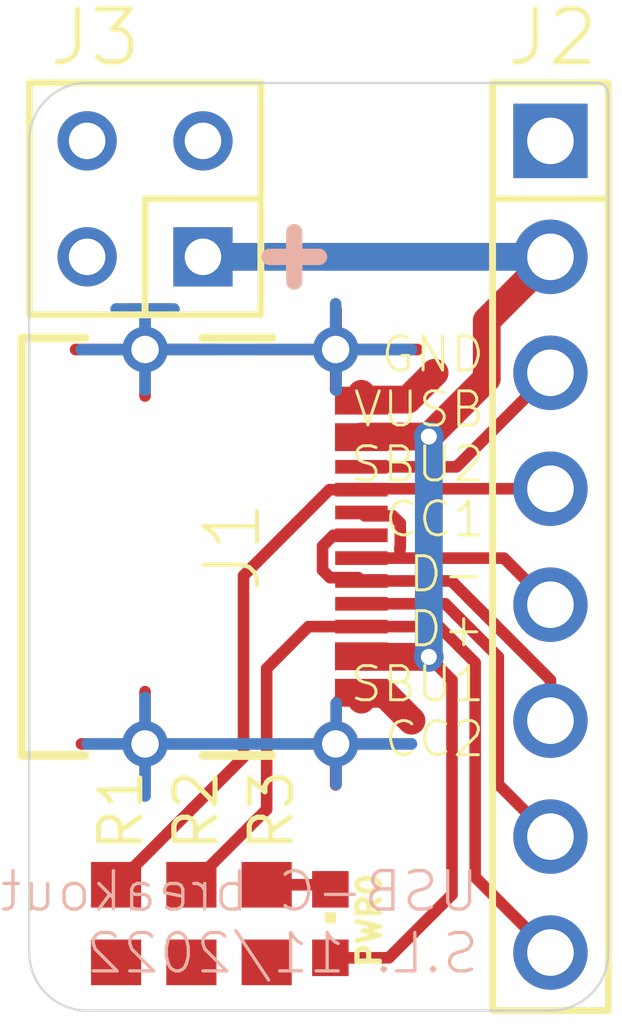
<source format=kicad_pcb>
(kicad_pcb (version 20241229) (generator "pcbnew") (generator_version "9.0")
  (layers (0 "F.Cu" signal) (2 "B.Cu" signal) (13 "F.Paste" user) (15 "B.Paste" user) (5 "F.SilkS" user "F.Silkscreen") (7 "B.SilkS" user "B.Silkscreen") (1 "F.Mask" user) (3 "B.Mask" user) (25 "Edge.Cuts" user))
  (net 0 "")
  (net 1 "GND")
  (net 2 "VUSB")
  (net 3 "SBU2")
  (net 4 "D-")
  (net 5 "D+")
  (net 6 "CC1")
  (net 7 "SBU1")
  (net 8 "CC2")
  (net 9 "BBRAIL2")
  (net 10 "BBRAIL1")
  (net 11 "N$3")
  (footprint "USB-C_breakout:R603" (layer "F.Cu") (at 147.3581 113.2586 90)
    (property "Reference" "R3" (at 1.524 0.635 90) (layer "F.SilkS") (effects (font (size 0.9017 0.9017) (thickness 0.1143)) (justify left bottom)))
    (property "Value" "1k")
    (pad "1" smd rect (at -0.85 0 90) (size 1 1.1) (layers "F.Cu" "F.Mask" "F.Paste") (net 1 "GND"))
    (pad "2" smd rect (at 0.85 0 90) (size 1 1.1) (layers "F.Cu" "F.Mask" "F.Paste") (net 11 "N$3"))
  )
  (footprint "USB-C_breakout:629722000214_16513831" (layer "F.Cu") (at 144.6911 105.0036 -90)
    (property "Reference" "J1" (at 0 -1.227 90) (layer "F.SilkS") (effects (font (size 1.176528 1.176528) (thickness 0.093472)) (justify top)))
    (property "Value" "629722000214" (hide yes))
    (fp_poly (pts (xy -2.895 -4.165) (xy -3.505 -4.165) (xy -3.505 -5.325) (xy -2.895 -5.325)) (fill yes) (layer "F.Cu"))
    (fp_poly (pts (xy -2.095 -4.165) (xy -2.705 -4.165) (xy -2.705 -5.325) (xy -2.095 -5.325)) (fill yes) (layer "F.Cu"))
    (fp_poly (pts (xy 2.705 -4.165) (xy 2.095 -4.165) (xy 2.095 -5.325) (xy 2.705 -5.325)) (fill yes) (layer "F.Cu"))
    (fp_poly (pts (xy 3.505 -4.165) (xy 2.895 -4.165) (xy 2.895 -5.325) (xy 3.505 -5.325)) (fill yes) (layer "F.Cu"))
    (fp_line (start -4.57 2.7) (end 4.57 2.7) (stroke (width 0.2)) (layer "F.SilkS"))
    (fp_line (start 4.57 2.7) (end 4.57 1.32) (stroke (width 0.2)) (layer "F.SilkS"))
    (fp_line (start -4.57 1.32) (end -4.57 2.7) (stroke (width 0.2)) (layer "F.SilkS"))
    (fp_line (start 4.57 -1.28) (end 4.57 -2.78) (stroke (width 0.2)) (layer "F.SilkS"))
    (fp_line (start -4.57 -2.78) (end -4.57 -1.28) (stroke (width 0.2)) (layer "F.SilkS"))
    (pad "" np_thru_hole circle (at -2.89 -3.68 270) (size 0.65 0.65) (drill 0.65) (layers "*.Cu" "*.Mask"))
    (pad "" np_thru_hole circle (at 2.89 -3.68 270) (size 0.65 0.65) (drill 0.65) (layers "*.Cu" "*.Mask"))
    (pad "A1" smd rect (at -3.35 -4.745 270) (size 0.3 1.15) (layers "F.Cu") (net 1 "GND"))
    (pad "A4" smd rect (at -2.55 -4.745 270) (size 0.3 1.15) (layers "F.Cu") (net 2 "VUSB"))
    (pad "A5" smd rect (at -1.25 -4.745 270) (size 0.3 1.15) (layers "F.Cu" "F.Mask" "F.Paste") (net 6 "CC1"))
    (pad "A6" smd rect (at -0.25 -4.745 270) (size 0.3 1.15) (layers "F.Cu" "F.Mask" "F.Paste") (net 5 "D+"))
    (pad "A7" smd rect (at 0.25 -4.745 270) (size 0.3 1.15) (layers "F.Cu" "F.Mask" "F.Paste") (net 4 "D-"))
    (pad "A8" smd rect (at 1.25 -4.745 270) (size 0.3 1.15) (layers "F.Cu" "F.Mask" "F.Paste") (net 7 "SBU1"))
    (pad "A9" smd rect (at 2.55 -4.745 270) (size 0.3 1.15) (layers "F.Cu") (net 2 "VUSB"))
    (pad "A12" smd rect (at 3.35 -4.745 270) (size 0.3 1.15) (layers "F.Cu") (net 1 "GND"))
    (pad "B1" smd rect (at 3.05 -4.745 270) (size 0.3 1.15) (layers "F.Cu") (net 1 "GND"))
    (pad "B4" smd rect (at 2.25 -4.745 270) (size 0.3 1.15) (layers "F.Cu") (net 2 "VUSB"))
    (pad "B5" smd rect (at 1.75 -4.745 270) (size 0.3 1.15) (layers "F.Cu" "F.Mask" "F.Paste") (net 8 "CC2"))
    (pad "B6" smd rect (at 0.75 -4.745 270) (size 0.3 1.15) (layers "F.Cu" "F.Mask" "F.Paste") (net 5 "D+"))
    (pad "B7" smd rect (at -0.75 -4.745 270) (size 0.3 1.15) (layers "F.Cu" "F.Mask" "F.Paste") (net 4 "D-"))
    (pad "B8" smd rect (at -1.75 -4.745 270) (size 0.3 1.15) (layers "F.Cu" "F.Mask" "F.Paste") (net 3 "SBU2"))
    (pad "B9" smd rect (at -2.25 -4.745 270) (size 0.3 1.15) (layers "F.Cu") (net 2 "VUSB"))
    (pad "B12" smd rect (at -3.05 -4.745 270) (size 0.3 1.15) (layers "F.Cu") (net 1 "GND"))
    (pad "S1" thru_hole circle (at -4.32 -4.18 270) (size 1 1) (drill 0.6) (layers "*.Cu") (net 1 "GND"))
    (pad "S2" thru_hole circle (at 4.32 -4.18 90) (size 1 1) (drill 0.6) (layers "*.Cu") (net 1 "GND"))
    (pad "S3" thru_hole circle (at -4.32 0 270) (size 1 1) (drill 0.6) (layers "*.Cu") (net 1 "GND"))
    (pad "S4" thru_hole circle (at 4.32 0 90) (size 1 1) (drill 0.6) (layers "*.Cu") (net 1 "GND"))
  )
  (footprint "USB-C_breakout:R603" (layer "F.Cu") (at 145.7071 113.2586 90)
    (property "Reference" "R2" (at 1.524 0.635 90) (layer "F.SilkS") (effects (font (size 0.9017 0.9017) (thickness 0.1143)) (justify left bottom)))
    (property "Value" "5k1")
    (pad "1" smd rect (at -0.85 0 90) (size 1 1.1) (layers "F.Cu" "F.Mask" "F.Paste") (net 1 "GND"))
    (pad "2" smd rect (at 0.85 0 90) (size 1 1.1) (layers "F.Cu" "F.Mask" "F.Paste") (net 8 "CC2"))
  )
  (footprint "USB-C_breakout:R603" (layer "F.Cu") (at 144.0561 113.2586 90)
    (property "Reference" "R1" (at 1.524 0.635 90) (layer "F.SilkS") (effects (font (size 0.9017 0.9017) (thickness 0.1143)) (justify left bottom)))
    (property "Value" "5k1")
    (pad "1" smd rect (at -0.85 0 90) (size 1 1.1) (layers "F.Cu" "F.Mask" "F.Paste") (net 1 "GND"))
    (pad "2" smd rect (at 0.85 0 90) (size 1 1.1) (layers "F.Cu" "F.Mask" "F.Paste") (net 6 "CC1"))
  )
  (footprint "USB-C_breakout:M2X2" (layer "F.Cu") (at 144.6911 97.3836 90)
    (property "Reference" "J3" (at 2.8575 -2.159 0) (layer "F.SilkS") (effects (font (size 1.1557 1.1557) (thickness 0.1143)) (justify left bottom)))
    (property "Value" "CON_HEADER_2X02-PTH" (hide yes))
    (fp_line (start 2.54 -2.54) (end -2.54 -2.54) (stroke (width 0.1524)) (layer "F.SilkS"))
    (fp_line (start -2.54 -2.54) (end -2.54 0) (stroke (width 0.1524)) (layer "F.SilkS"))
    (fp_line (start 0 0) (end -2.54 0) (stroke (width 0.1524)) (layer "F.SilkS"))
    (fp_line (start 0 0) (end 0 2.54) (stroke (width 0.1524)) (layer "F.SilkS"))
    (fp_line (start -2.54 0) (end -2.54 2.54) (stroke (width 0.1524)) (layer "F.SilkS"))
    (fp_line (start 2.54 2.54) (end 2.54 -2.54) (stroke (width 0.1524)) (layer "F.SilkS"))
    (fp_line (start 0 2.54) (end 2.54 2.54) (stroke (width 0.1524)) (layer "F.SilkS"))
    (fp_line (start -2.54 2.54) (end 0 2.54) (stroke (width 0.1524)) (layer "F.SilkS"))
    (pad "1" thru_hole rect (at -1.27 1.27 90) (size 1.3 1.3) (drill 0.8) (layers "*.Cu" "*.Mask") (net 2 "VUSB"))
    (pad "2" thru_hole circle (at -1.27 -1.27 90) (size 1.3 1.3) (drill 0.8) (layers "*.Cu" "*.Mask") (net 10 "BBRAIL1"))
    (pad "3" thru_hole circle (at 1.27 1.27 90) (size 1.3 1.3) (drill 0.8) (layers "*.Cu" "*.Mask") (net 9 "BBRAIL2"))
    (pad "4" thru_hole circle (at 1.27 -1.27 90) (size 1.3 1.3) (drill 0.8) (layers "*.Cu" "*.Mask") (net 1 "GND"))
  )
  (footprint "USB-C_breakout:M1X8" (layer "F.Cu") (at 153.5811 105.0036 -90)
    (property "Reference" "J2" (at -10.4775 1.016 0) (layer "F.SilkS") (effects (font (size 1.1557 1.1557) (thickness 0.1143)) (justify left bottom)))
    (property "Value" "CON_HEADER_1X08-PTH" (hide yes))
    (fp_line (start -10.16 1.27) (end -10.16 -1.27) (stroke (width 0.1524)) (layer "F.SilkS"))
    (fp_line (start -7.62 1.27) (end -10.16 1.27) (stroke (width 0.1524)) (layer "F.SilkS"))
    (fp_line (start -7.62 1.27) (end -7.62 -1.27) (stroke (width 0.1524)) (layer "F.SilkS"))
    (fp_line (start 10.16 1.27) (end -7.62 1.27) (stroke (width 0.1524)) (layer "F.SilkS"))
    (fp_line (start -10.16 -1.27) (end -7.62 -1.27) (stroke (width 0.1524)) (layer "F.SilkS"))
    (fp_line (start -7.62 -1.27) (end 10.16 -1.27) (stroke (width 0.1524)) (layer "F.SilkS"))
    (fp_line (start 10.16 -1.27) (end 10.16 1.27) (stroke (width 0.1524)) (layer "F.SilkS"))
    (pad "1" thru_hole rect (at -8.89 0 270) (size 1.632 1.632) (drill 1.02) (layers "*.Cu" "*.Mask") (net 1 "GND"))
    (pad "2" thru_hole circle (at -6.35 0 270) (size 1.632 1.632) (drill 1.02) (layers "*.Cu" "*.Mask") (net 2 "VUSB"))
    (pad "3" thru_hole circle (at -3.81 0 270) (size 1.632 1.632) (drill 1.02) (layers "*.Cu" "*.Mask") (net 3 "SBU2"))
    (pad "4" thru_hole circle (at -1.27 0 270) (size 1.632 1.632) (drill 1.02) (layers "*.Cu" "*.Mask") (net 6 "CC1"))
    (pad "5" thru_hole circle (at 1.27 0 270) (size 1.632 1.632) (drill 1.02) (layers "*.Cu" "*.Mask") (net 4 "D-"))
    (pad "6" thru_hole circle (at 3.81 0 270) (size 1.632 1.632) (drill 1.02) (layers "*.Cu" "*.Mask") (net 5 "D+"))
    (pad "7" thru_hole circle (at 6.35 0 270) (size 1.632 1.632) (drill 1.02) (layers "*.Cu" "*.Mask") (net 7 "SBU1"))
    (pad "8" thru_hole circle (at 8.89 0 270) (size 1.632 1.632) (drill 1.02) (layers "*.Cu" "*.Mask") (net 8 "CC2"))
  )
  (footprint "USB-C_breakout:LED-603" (layer "F.Cu") (at 148.7551 113.2586)
    (property "Reference" "PWR0" (at 1.143 1.016 90) (layer "F.SilkS") (effects (font (size 0.4953 0.4953) (thickness 0.1143)) (justify left bottom)))
    (property "Value" "")
    (fp_poly (pts (xy -0.125 0) (xy 0.125 0) (xy 0.125 -0.25) (xy -0.125 -0.25)) (fill yes) (layer "F.SilkS"))
    (pad "A" smd rect (at 0 0.75) (size 0.8 0.8) (layers "F.Cu" "F.Mask" "F.Paste") (net 2 "VUSB"))
    (pad "C" smd rect (at 0 -0.75) (size 0.8 0.8) (layers "F.Cu" "F.Mask" "F.Paste") (net 11 "N$3"))
  )
  (gr_line (start 154.5971 94.8436) (end 143.4211 94.8436) (stroke (width 0.05)) (layer "Edge.Cuts"))
  (gr_arc (start 154.5971 94.8436) (mid 154.776705 94.917995) (end 154.8511 95.0976) (stroke (width 0.05)) (layer "Edge.Cuts"))
  (gr_arc (start 142.1511 96.1136) (mid 142.523074 95.215574) (end 143.4211 94.8436) (stroke (width 0.05)) (layer "Edge.Cuts"))
  (gr_arc (start 143.4211 115.1636) (mid 142.523074 114.791626) (end 142.1511 113.8936) (stroke (width 0.05)) (layer "Edge.Cuts"))
  (gr_line (start 154.8511 113.8936) (end 154.8511 95.0976) (stroke (width 0.05)) (layer "Edge.Cuts"))
  (gr_line (start 142.1511 96.1136) (end 142.1511 113.8936) (stroke (width 0.05)) (layer "Edge.Cuts"))
  (gr_arc (start 154.8511 113.8936) (mid 154.479126 114.791626) (end 153.5811 115.1636) (stroke (width 0.05)) (layer "Edge.Cuts"))
  (gr_line (start 143.4211 115.1636) (end 153.5811 115.1636) (stroke (width 0.05)) (layer "Edge.Cuts"))
  (gr_text "GND\nVUSB\nSBU2\nCC1\nD-\nD+\nSBU1\nCC2" (at 152.1841 105.0036 0) (layer "F.SilkS") (effects (font (size 0.747776 0.747776) (thickness 0.065024)) (justify right)))
  (gr_text "+" (at 147.8661 98.6536 90) (layer "F.SilkS") (effects (font (size 1.4224 1.4224) (thickness 0.3556))))
  (gr_text "USB-C breakout\nS.L. 11/2022" (at 152.0571 114.4016 -0) (layer "B.SilkS") (effects (font (size 0.841248 0.841248) (thickness 0.073152)) (justify left bottom mirror)))
  (gr_text "+" (at 147.8661 98.6536 90) (layer "B.SilkS") (effects (font (size 1.4224 1.4224) (thickness 0.3556))))
  (segment (start 150.4541 101.7806) (end 151.0411 101.1936) (width 0.6096) (layer "F.Cu") (net 1))
  (segment (start 144.6911 100.6836) (end 144.6911 99.7966) (width 0.254) (layer "F.Cu") (net 1))
  (segment (start 148.8821 100.6726) (end 148.8821 99.7966) (width 0.254) (layer "F.Cu") (net 1))
  (segment (start 148.8711 109.3236) (end 148.8711 110.2216) (width 0.254) (layer "F.Cu") (net 1))
  (segment (start 148.8821 109.3126) (end 148.8821 108.4326) (width 0.254) (layer "F.Cu") (net 1))
  (segment (start 148.8691 100.6856) (end 147.1041 100.6856) (width 0.254) (layer "F.Cu") (net 1))
  (segment (start 148.8711 100.6836) (end 148.8691 100.6856) (width 0.254) (layer "F.Cu") (net 1))
  (segment (start 148.8821 108.4326) (end 149.0881 108.2266) (width 0.254) (layer "F.Cu") (net 1))
  (segment (start 150.6581 100.6836) (end 150.6601 100.6856) (width 0.254) (layer "F.Cu") (net 1))
  (segment (start 144.6911 100.6836) (end 144.6911 101.7016) (width 0.254) (layer "F.Cu") (net 1))
  (segment (start 149.9461 108.2266) (end 150.5331 108.8136) (width 0.6096) (layer "F.Cu") (net 1))
  (segment (start 144.6911 109.3236) (end 144.6911 108.1786) (width 0.254) (layer "F.Cu") (net 1))
  (segment (start 149.0881 108.2266) (end 149.4361 108.2266) (width 0.254) (layer "F.Cu") (net 1))
  (segment (start 144.6911 99.7966) (end 144.3101 99.7966) (width 0.254) (layer "F.Cu") (net 1))
  (segment (start 149.4361 108.3536) (end 149.4361 108.2266) (width 0.6096) (layer "F.Cu") (net 1))
  (segment (start 149.4361 101.6536) (end 149.4361 101.9536) (width 0.254) (layer "F.Cu") (net 1))
  (segment (start 143.1691 100.6836) (end 143.1671 100.6856) (width 0.254) (layer "F.Cu") (net 1))
  (segment (start 148.8711 100.6836) (end 150.6581 100.6836) (width 0.254) (layer "F.Cu") (net 1))
  (segment (start 150.4541 101.7806) (end 149.4361 101.7806) (width 0.6096) (layer "F.Cu") (net 1))
  (segment (start 144.6911 100.6836) (end 143.1691 100.6836) (width 0.254) (layer "F.Cu") (net 1))
  (segment (start 148.8711 109.3236) (end 148.8821 109.3126) (width 0.254) (layer "F.Cu") (net 1))
  (segment (start 144.6911 99.7966) (end 145.1991 99.7966) (width 0.254) (layer "F.Cu") (net 1))
  (segment (start 146.3401 100.6836) (end 146.3421 100.6856) (width 0.254) (layer "F.Cu") (net 1))
  (segment (start 144.6911 109.3236) (end 144.6911 110.3376) (width 0.254) (layer "F.Cu") (net 1))
  (segment (start 148.8711 100.6836) (end 148.8711 101.5636) (width 0.254) (layer "F.Cu") (net 1))
  (segment (start 148.8711 101.5636) (end 148.8821 101.5746) (width 0.254) (layer "F.Cu") (net 1))
  (segment (start 144.6911 109.3236) (end 143.2961 109.3236) (width 0.254) (layer "F.Cu") (net 1))
  (segment (start 149.4361 101.6536) (end 149.4361 101.7806) (width 0.6096) (layer "F.Cu") (net 1))
  (segment (start 149.9461 108.2266) (end 149.4361 108.2266) (width 0.6096) (layer "F.Cu") (net 1))
  (segment (start 149.4361 108.0536) (end 149.4361 108.2266) (width 0.254) (layer "F.Cu") (net 1))
  (segment (start 148.8711 109.3236) (end 150.4041 109.3236) (width 0.254) (layer "F.Cu") (net 1))
  (segment (start 144.6911 100.6836) (end 146.3401 100.6836) (width 0.254) (layer "F.Cu") (net 1))
  (segment (start 148.8711 100.6836) (end 148.8821 100.6726) (width 0.254) (layer "F.Cu") (net 1))
  (segment (start 148.8711 109.3236) (end 150.5311 109.3236) (width 0.254) (layer "B.Cu") (net 1))
  (segment (start 144.6911 99.7966) (end 145.3261 99.7966) (width 0.254) (layer "B.Cu") (net 1))
  (segment (start 150.5311 100.6836) (end 150.5331 100.6856) (width 0.254) (layer "B.Cu") (net 1))
  (segment (start 144.6911 100.6836) (end 148.8711 100.6836) (width 0.254) (layer "B.Cu") (net 1))
  (segment (start 148.8821 109.3346) (end 148.8821 110.2106) (width 0.254) (layer "B.Cu") (net 1))
  (segment (start 144.6911 109.3236) (end 144.6911 108.3056) (width 0.254) (layer "B.Cu") (net 1))
  (segment (start 148.8711 100.6836) (end 148.8711 99.6806) (width 0.254) (layer "B.Cu") (net 1))
  (segment (start 148.8711 100.6836) (end 150.5311 100.6836) (width 0.254) (layer "B.Cu") (net 1))
  (segment (start 150.5311 109.3236) (end 150.5331 109.3216) (width 0.254) (layer "B.Cu") (net 1))
  (segment (start 144.6911 109.3236) (end 144.6911 110.4646) (width 0.254) (layer "B.Cu") (net 1))
  (segment (start 144.6911 100.6836) (end 144.6911 99.7966) (width 0.254) (layer "B.Cu") (net 1))
  (segment (start 144.6911 109.3236) (end 143.4191 109.3236) (width 0.254) (layer "B.Cu") (net 1))
  (segment (start 144.6911 100.6836) (end 144.6891 100.6856) (width 0.254) (layer "B.Cu") (net 1))
  (segment (start 144.6911 109.3236) (end 148.8711 109.3236) (width 0.254) (layer "B.Cu") (net 1))
  (segment (start 148.8711 109.3236) (end 148.8821 109.3126) (width 0.254) (layer "B.Cu") (net 1))
  (segment (start 148.8711 109.3236) (end 148.8821 109.3346) (width 0.254) (layer "B.Cu") (net 1))
  (segment (start 148.8711 100.6836) (end 148.8821 100.6946) (width 0.254) (layer "B.Cu") (net 1))
  (segment (start 148.8821 109.3126) (end 148.8821 108.4326) (width 0.254) (layer "B.Cu") (net 1))
  (segment (start 144.6891 100.6856) (end 143.2941 100.6856) (width 0.254) (layer "B.Cu") (net 1))
  (segment (start 148.8821 100.6946) (end 148.8821 101.5746) (width 0.254) (layer "B.Cu") (net 1))
  (segment (start 144.6911 99.7966) (end 144.0561 99.7966) (width 0.254) (layer "B.Cu") (net 1))
  (segment (start 144.6911 100.6836) (end 144.6911 101.5746) (width 0.254) (layer "B.Cu") (net 1))
  (segment (start 150.0371 114.0086) (end 151.4221 112.6236) (width 0.254) (layer "F.Cu") (net 2))
  (segment (start 151.4221 107.9246) (end 150.9141 107.4166) (width 0.254) (layer "F.Cu") (net 2))
  (segment (start 149.4361 107.4166) (end 149.4361 107.5536) (width 0.254) (layer "F.Cu") (net 2))
  (segment (start 149.4361 102.5906) (end 150.9141 102.5906) (width 0.6096) (layer "F.Cu") (net 2))
  (segment (start 149.4361 102.5906) (end 149.4361 102.7536) (width 0.254) (layer "F.Cu") (net 2))
  (segment (start 151.4221 112.6236) (end 151.4221 107.9246) (width 0.254) (layer "F.Cu") (net 2))
  (segment (start 148.7551 114.0086) (end 150.0371 114.0086) (width 0.254) (layer "F.Cu") (net 2))
  (segment (start 149.4361 107.2536) (end 149.4361 107.4166) (width 0.254) (layer "F.Cu") (net 2))
  (segment (start 153.5811 98.6536) (end 152.1841 100.0506) (width 0.6096) (layer "F.Cu") (net 2))
  (segment (start 152.1841 100.0506) (end 152.1841 101.3206) (width 0.6096) (layer "F.Cu") (net 2))
  (segment (start 152.1841 101.3206) (end 150.9141 102.5906) (width 0.6096) (layer "F.Cu") (net 2))
  (segment (start 149.4361 102.4536) (end 149.4361 102.5906) (width 0.254) (layer "F.Cu") (net 2))
  (segment (start 150.9141 107.4166) (end 149.4361 107.4166) (width 0.6096) (layer "F.Cu") (net 2))
  (via (at 150.9141 107.4166) (size 0.65) (drill 0.35) (layers "F.Cu" "B.Cu") (net 2))
  (via (at 150.9141 102.5906) (size 0.65) (drill 0.35) (layers "F.Cu" "B.Cu") (net 2))
  (segment (start 150.9141 102.5906) (end 150.9141 107.4166) (width 0.6096) (layer "B.Cu") (net 2))
  (segment (start 145.9611 98.6536) (end 153.5811 98.6536) (width 0.6096) (layer "B.Cu") (net 2))
  (segment (start 151.5211 103.2536) (end 153.5811 101.1936) (width 0.254) (layer "F.Cu") (net 3))
  (segment (start 149.4361 103.2536) (end 151.5211 103.2536) (width 0.254) (layer "F.Cu") (net 3))
  (segment (start 150.2881 105.018338) (end 150.2791 105.027338) (width 0.254) (layer "F.Cu") (net 4))
  (segment (start 150.125837 104.3266) (end 150.2881 104.488863) (width 0.254) (layer "F.Cu") (net 4))
  (segment (start 152.5611 105.2536) (end 153.5811 106.2736) (width 0.254) (layer "F.Cu") (net 4))
  (segment (start 149.4361 105.2536) (end 150.2791 105.2536) (width 0.254) (layer "F.Cu") (net 4))
  (segment (start 150.2791 105.2536) (end 152.5611 105.2536) (width 0.254) (layer "F.Cu") (net 4))
  (segment (start 149.4361 104.2536) (end 149.5091 104.3266) (width 0.254) (layer "F.Cu") (net 4))
  (segment (start 149.5091 104.3266) (end 150.125837 104.3266) (width 0.254) (layer "F.Cu") (net 4))
  (segment (start 150.2791 105.027338) (end 150.2791 105.2536) (width 0.254) (layer "F.Cu") (net 4))
  (segment (start 150.2881 104.488863) (end 150.2881 105.018338) (width 0.254) (layer "F.Cu") (net 4))
  (segment (start 149.3631 105.6806) (end 148.746362 105.6806) (width 0.254) (layer "F.Cu") (net 5))
  (segment (start 153.5811 107.9246) (end 151.4101 105.7536) (width 0.254) (layer "F.Cu") (net 5))
  (segment (start 148.746362 105.6806) (end 148.5841 105.518338) (width 0.254) (layer "F.Cu") (net 5))
  (segment (start 149.4361 105.7536) (end 151.4101 105.7536) (width 0.254) (layer "F.Cu") (net 5))
  (segment (start 148.5841 104.988863) (end 148.819362 104.7536) (width 0.254) (layer "F.Cu") (net 5))
  (segment (start 148.819362 104.7536) (end 149.4361 104.7536) (width 0.254) (layer "F.Cu") (net 5))
  (segment (start 153.5811 107.9246) (end 153.5811 108.8136) (width 0.254) (layer "F.Cu") (net 5))
  (segment (start 149.4361 105.7536) (end 149.3631 105.6806) (width 0.254) (layer "F.Cu") (net 5))
  (segment (start 148.5841 105.518338) (end 148.5841 104.988863) (width 0.254) (layer "F.Cu") (net 5))
  (segment (start 148.7351 103.7536) (end 149.4361 103.7536) (width 0.254) (layer "F.Cu") (net 6))
  (segment (start 146.8501 109.6146) (end 146.8501 105.6386) (width 0.254) (layer "F.Cu") (net 6))
  (segment (start 149.4561 103.7336) (end 153.5811 103.7336) (width 0.254) (layer "F.Cu") (net 6))
  (segment (start 146.8501 105.6386) (end 148.7351 103.7536) (width 0.254) (layer "F.Cu") (net 6))
  (segment (start 144.0561 112.4086) (end 146.8501 109.6146) (width 0.254) (layer "F.Cu") (net 6))
  (segment (start 149.4361 103.7536) (end 149.4561 103.7336) (width 0.254) (layer "F.Cu") (net 6))
  (segment (start 151.2751 106.2536) (end 152.4381 107.4166) (width 0.254) (layer "F.Cu") (net 7))
  (segment (start 152.4381 107.4166) (end 152.4381 110.2106) (width 0.254) (layer "F.Cu") (net 7))
  (segment (start 149.4361 106.2536) (end 151.2751 106.2536) (width 0.254) (layer "F.Cu") (net 7))
  (segment (start 152.4381 110.2106) (end 153.5811 111.3536) (width 0.254) (layer "F.Cu") (net 7))
  (segment (start 151.9301 107.5436) (end 151.9301 112.2426) (width 0.254) (layer "F.Cu") (net 8))
  (segment (start 147.3581 110.7576) (end 145.7071 112.4086) (width 0.254) (layer "F.Cu") (net 8))
  (segment (start 149.4361 106.7536) (end 151.1401 106.7536) (width 0.254) (layer "F.Cu") (net 8))
  (segment (start 149.4361 106.7536) (end 148.2751 106.7536) (width 0.254) (layer "F.Cu") (net 8))
  (segment (start 151.1401 106.7536) (end 151.9301 107.5436) (width 0.254) (layer "F.Cu") (net 8))
  (segment (start 148.2751 106.7536) (end 147.3581 107.6706) (width 0.254) (layer "F.Cu") (net 8))
  (segment (start 151.9301 112.2426) (end 153.5811 113.8936) (width 0.254) (layer "F.Cu") (net 8))
  (segment (start 147.3581 107.6706) (end 147.3581 110.7576) (width 0.254) (layer "F.Cu") (net 8))
  (segment (start 148.6551 112.4086) (end 148.7551 112.5086) (width 0.254) (layer "F.Cu") (net 11))
  (segment (start 147.3581 112.4086) (end 148.6551 112.4086) (width 0.254) (layer "F.Cu") (net 11))
)
</source>
